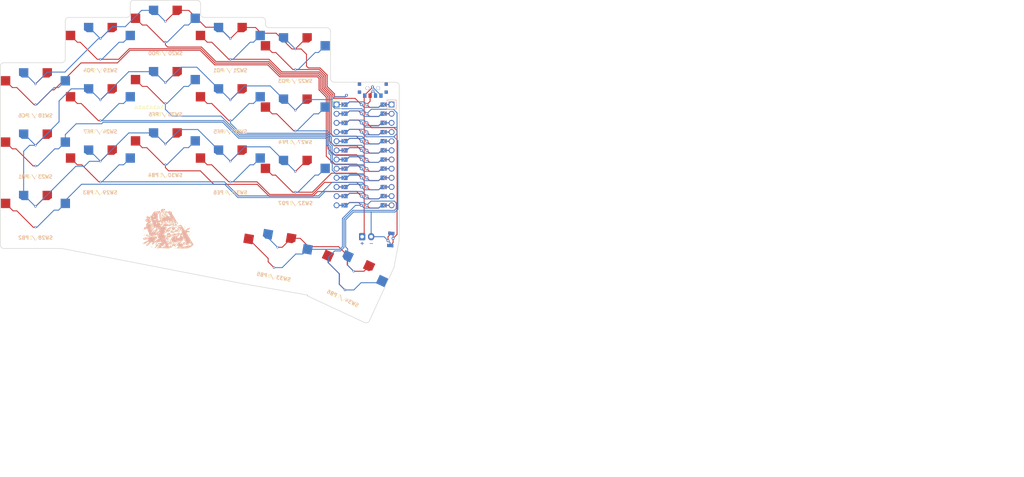
<source format=kicad_pcb>
(kicad_pcb (version 20211014) (generator pcbnew)
  (title_block (title "34skb_ble") (rev "v1.0.0") (company "Unknown"))
  (layers (0 "F.Cu" signal) (31 "B.Cu" signal) (34 "B.Paste" user) (35 "F.Paste" user) (36 "B.SilkS" user "B.Silkscreen") (37 "F.SilkS" user "F.Silkscreen") (38 "B.Mask" user) (39 "F.Mask" user) (44 "Edge.Cuts" user))
  (net 0 "")
  (net 1 "GND")
  (net 2 "matrix_pinky_bottom")
  (net 3 "matrix_pinky_home")
  (net 4 "matrix_pinky_top")
  (net 5 "matrix_ring_bottom")
  (net 6 "matrix_ring_home")
  (net 7 "matrix_ring_top")
  (net 8 "matrix_middle_bottom")
  (net 9 "matrix_middle_home")
  (net 10 "matrix_middle_top")
  (net 11 "matrix_index_bottom")
  (net 12 "matrix_index_home")
  (net 13 "matrix_index_top")
  (net 14 "matrix_inner_bottom")
  (net 15 "matrix_inner_home")
  (net 16 "matrix_inner_top")
  (net 17 "thumb_left")
  (net 18 "thumb_right")
  (net 19 "RAW")
  (net 20 "RST")
  (net 21 "VCC")
  (net 22 "P0")
  (net 23 "bt+")
  (footprint "VIA-0.6mm" (layer "F.Cu") (at 88.164947 15.076876 -25)
    (fp_text reference "REF**" hide)
    (fp_text value "VIA-0.6mm" hide)
  )
  (footprint "PG1350" (layer "F.Cu") (at 66.573 11.2395 -10)
    (fp_text reference "S16" hide)
    (fp_text value "" hide)
  )
  (footprint "VIA-0.6mm" (layer "F.Cu") (at 18 -43.7155)
    (fp_text reference "REF**" hide)
    (fp_text value "VIA-0.6mm" hide)
  )
  (footprint "VIA-0.6mm" (layer "F.Cu") (at 18 -32.4305)
    (fp_text reference "REF**" hide)
    (fp_text value "VIA-0.6mm" hide)
  )
  (footprint "VIA-0.6mm" (layer "F.Cu") (at 36 -20.193)
    (fp_text reference "REF**" hide)
    (fp_text value "VIA-0.6mm" hide)
  )
  (footprint "VIA-0.6mm" (layer "F.Cu") (at 18 -26.7155)
    (fp_text reference "REF**" hide)
    (fp_text value "VIA-0.6mm" hide)
  )
  (footprint "VIA-0.6mm" (layer "F.Cu") (at 85.749684 20.256425 -25)
    (fp_text reference "REF**" hide)
    (fp_text value "VIA-0.6mm" hide)
  )
  (footprint "VIA-0.6mm" (layer "F.Cu") (at 36 -54.193)
    (fp_text reference "REF**" hide)
    (fp_text value "VIA-0.6mm" hide)
  )
  (footprint "PG1350" (layer "F.Cu") (at 0 -17)
    (fp_text reference "S2" hide)
    (fp_text value "" hide)
  )
  (footprint "VIA-0.6mm" (layer "F.Cu") (at 36 -31.478)
    (fp_text reference "REF**" hide)
    (fp_text value "VIA-0.6mm" hide)
  )
  (footprint "ProMicro" (layer "F.Cu") (at 91.05 -17.1905 -90)
    (fp_text reference "MCU1" hide)
    (fp_text value "")
  )
  (footprint "VIA-0.6mm" (layer "F.Cu") (at 54 -32.4305)
    (fp_text reference "REF**" hide)
    (fp_text value "VIA-0.6mm" hide)
  )
  (footprint "VIA-0.6mm" (layer "F.Cu") (at 18 -9.7155)
    (fp_text reference "REF**" hide)
    (fp_text value "VIA-0.6mm" hide)
  )
  (footprint "VIA-0.6mm" (layer "F.Cu") (at 36 -14.478)
    (fp_text reference "REF**" hide)
    (fp_text value "VIA-0.6mm" hide)
  )
  (footprint "PG1350" (layer "F.Cu") (at 18 -29.573)
    (fp_text reference "S5" hide)
    (fp_text value "" hide)
  )
  (footprint "PG1350" (layer "F.Cu") (at 72 -9.7155)
    (fp_text reference "S13" hide)
    (fp_text value "" hide)
  )
  (footprint "VIA-0.6mm" (layer "F.Cu") (at 0 -36.8575)
    (fp_text reference "REF**" hide)
    (fp_text value "VIA-0.6mm" hide)
  )
  (footprint "VIA-0.6mm" (layer "F.Cu") (at 72 -12.573)
    (fp_text reference "REF**" hide)
    (fp_text value "VIA-0.6mm" hide)
  )
  (footprint "PG1350" (layer "F.Cu") (at 18 -12.573)
    (fp_text reference "S4" hide)
    (fp_text value "" hide)
  )
  (footprint "PG1350" (layer "F.Cu") (at 72 -43.7155)
    (fp_text reference "S15" hide)
    (fp_text value "" hide)
  )
  (footprint "PG1350" (layer "F.Cu") (at 0 -34)
    (fp_text reference "S3" hide)
    (fp_text value "" hide)
  )
  (footprint "PG1350" (layer "F.Cu") (at 54 -29.573)
    (fp_text reference "S11" hide)
    (fp_text value "" hide)
  )
  (footprint "VIA-0.6mm" (layer "F.Cu") (at 18 -15.4305)
    (fp_text reference "REF**" hide)
    (fp_text value "VIA-0.6mm" hide)
  )
  (footprint "VIA-0.6mm" (layer "F.Cu") (at 72 -46.573)
    (fp_text reference "REF**" hide)
    (fp_text value "VIA-0.6mm" hide)
  )
  (footprint "PG1350" (layer "F.Cu") (at 36 -51.3355)
    (fp_text reference "S9" hide)
    (fp_text value "" hide)
  )
  (footprint "PG1350" (layer "F.Cu") (at 72 -26.7155)
    (fp_text reference "S14" hide)
    (fp_text value "" hide)
  )
  (footprint "PG1350" (layer "F.Cu") (at 0 0)
    (fp_text reference "S1" hide)
    (fp_text value "" hide)
  )
  (footprint "VIA-0.6mm" (layer "F.Cu") (at 72 -6.858)
    (fp_text reference "REF**" hide)
    (fp_text value "VIA-0.6mm" hide)
  )
  (footprint "VIA-0.6mm" (layer "F.Cu") (at 72 -29.573)
    (fp_text reference "REF**" hide)
    (fp_text value "VIA-0.6mm" hide)
  )
  (footprint "VIA-0.6mm" (layer "F.Cu") (at 54 -9.7155)
    (fp_text reference "REF**" hide)
    (fp_text value "VIA-0.6mm" hide)
  )
  (footprint "VIA-0.6mm" (layer "F.Cu") (at 0 2.8575)
    (fp_text reference "REF**" hide)
    (fp_text value "VIA-0.6mm" hide)
  )
  (footprint "PG1350" (layer "F.Cu") (at 54 -46.573)
    (fp_text reference "S12" hide)
    (fp_text value "" hide)
  )
  (footprint "PG1350" (layer "F.Cu") (at 86.957316 17.66665 -25)
    (fp_text reference "S17" hide)
    (fp_text value "" hide)
  )
  (footprint "PG1350" (layer "F.Cu") (at 36 -34.3355)
    (fp_text reference "S8" hide)
    (fp_text value "" hide)
  )
  (footprint "PG1350" (layer "F.Cu") (at 54 -12.573)
    (fp_text reference "S10" hide)
    (fp_text value "" hide)
  )
  (footprint "VIA-0.6mm" (layer "F.Cu") (at 54 -43.7155)
    (fp_text reference "REF**" hide)
    (fp_text value "VIA-0.6mm" hide)
  )
  (footprint "VIA-0.6mm" (layer "F.Cu") (at 36 -48.478)
    (fp_text reference "REF**" hide)
    (fp_text value "VIA-0.6mm" hide)
  )
  (footprint "VIA-0.6mm" (layer "F.Cu") (at 67.0692 8.425412 -10)
    (fp_text reference "REF**" hide)
    (fp_text value "VIA-0.6mm" hide)
  )
  (footprint "VIA-0.6mm" (layer "F.Cu") (at 18 -49.4305)
    (fp_text reference "REF**" hide)
    (fp_text value "VIA-0.6mm" hide)
  )
  (footprint "* duckyb-collection:Tactile-Switch_SMT" (layer "F.Cu") (at 98.444337 6.248697 -95)
    (fp_text reference "" hide)
    (fp_text value "")
  )
  (footprint "VIA-0.6mm" (layer "F.Cu") (at 0 -31.1425)
    (fp_text reference "REF**" hide)
    (fp_text value "VIA-0.6mm" hide)
  )
  (footprint "VIA-0.6mm" (layer "F.Cu") (at 54 -49.4305)
    (fp_text reference "REF**" hide)
    (fp_text value "VIA-0.6mm" hide)
  )
  (footprint "Connector_JST:JST_EH_B2B-EH-A_1x02_P2.50mm_Vertical" (layer "F.Cu") (at 90.514337 5.488697)
    (fp_text reference "")
    (fp_text value "")
  )
  (footprint "VIA-0.6mm" (layer "F.Cu") (at 72 -40.858)
    (fp_text reference "REF**" hide)
    (fp_text value "VIA-0.6mm" hide)
  )
  (footprint "PG1350" (layer "F.Cu") (at 18 -46.573)
    (fp_text reference "S6" hide)
    (fp_text value "" hide)
  )
  (footprint "VIA-0.6mm" (layer "F.Cu") (at 54 -15.4305)
    (fp_text reference "REF**" hide)
    (fp_text value "VIA-0.6mm" hide)
  )
  (footprint "VIA-0.6mm" (layer "F.Cu") (at 0 -14.1425)
    (fp_text reference "REF**" hide)
    (fp_text value "VIA-0.6mm" hide)
  )
  (footprint "VIA-0.6mm" (layer "F.Cu") (at 36 -37.193)
    (fp_text reference "REF**" hide)
    (fp_text value "VIA-0.6mm" hide)
  )
  (footprint "VIA-0.6mm" (layer "F.Cu") (at 0 -2.8575)
    (fp_text reference "REF**" hide)
    (fp_text value "VIA-0.6mm" hide)
  )
  (footprint "LOGO" (layer "F.Cu") (at 36.514649 2.79932)
    (fp_text reference "")
    (fp_text value "" hide)
  )
  (footprint "VIA-0.6mm" (layer "F.Cu") (at 54 -26.7155)
    (fp_text reference "REF**" hide)
    (fp_text value "VIA-0.6mm" hide)
  )
  (footprint "VIA-0.6mm" (layer "F.Cu") (at 66.0768 14.053588 -10)
    (fp_text reference "REF**" hide)
    (fp_text value "VIA-0.6mm" hide)
  )
  (footprint "Kailh:SPDT_C128955" (layer "F.Cu") (at 93.474337 -35.708803)
    (fp_text reference "")
    (fp_text value "")
  )
  (footprint "VIA-0.6mm" (layer "F.Cu") (at 72 -23.858)
    (fp_text reference "REF**" hide)
    (fp_text value "VIA-0.6mm" hide)
  )
  (footprint "PG1350" (layer "F.Cu") (at 36 -17.3355)
    (fp_text reference "S7" hide)
    (fp_text value "" hide)
  )
  (footprint "VIA-0.6mm" (layer "F.Cu") (at 0 -19.8575)
    (fp_text reference "REF**" hide)
    (fp_text value "VIA-0.6mm" hide)
  )
  (footprint "LOGO" (layer "B.Cu") (at 36.494649 2.78932 180)
    (fp_text reference "")
    (fp_text value "" hide)
  )
  (gr_line (start -9.75 7.75) (end -9.75 -41.75) (layer "Edge.Cuts") (width 0.15))
  (gr_line (start 46.75 -55.323) (end 62.75 -55.323) (layer "Edge.Cuts") (width 0.15))
  (gr_line (start 9.25 -55.323) (end 25.25 -55.323) (layer "Edge.Cuts") (width 0.15))
  (gr_line (start 57.421318 18.510794) (end 7.25 8.75) (layer "Edge.Cuts") (width 0.15))
  (gr_line (start 75.329213 21.898933) (end 91.189599 29.294753) (layer "Edge.Cuts") (width 0.15))
  (gr_line (start 8.25 -43.75) (end 8.25 -54.323) (layer "Edge.Cuts") (width 0.15))
  (gr_arc (start -9.75 -41.75) (mid -9.457107 -42.457107) (end -8.75 -42.75) (layer "Edge.Cuts") (width 0.15))
  (gr_line (start 100.75 -2.744011) (end 100.758002 6.547588) (layer "Edge.Cuts") (width 0.15))
  (gr_arc (start 80.75 -52.4655) (mid 81.457107 -52.172607) (end 81.75 -51.4655) (layer "Edge.Cuts") (width 0.15))
  (gr_line (start 63.75 -54.323) (end 63.75 -53.4655) (layer "Edge.Cuts") (width 0.15))
  (gr_arc (start 8.25 -54.323) (mid 8.542893 -55.030107) (end 9.25 -55.323) (layer "Edge.Cuts") (width 0.15))
  (gr_line (start 100.758002 6.547588) (end 99.332706 14.016139) (layer "Edge.Cuts") (width 0.15))
  (gr_arc (start 82.751444 -37.36841) (mid 82.030138 -37.67254) (end 81.744337 -38.401303) (layer "Edge.Cuts") (width 0.15))
  (gr_arc (start 99.751444 -37.36841) (mid 100.481456 -37.085293) (end 100.78723 -36.364196) (layer "Edge.Cuts") (width 0.15))
  (gr_line (start 26.25 -56.323) (end 26.25 -59.0855) (layer "Edge.Cuts") (width 0.15))
  (gr_line (start 64.75 -52.4655) (end 80.75 -52.4655) (layer "Edge.Cuts") (width 0.15))
  (gr_line (start 57.421318 18.510794) (end 75.428528 21.685951) (layer "Edge.Cuts") (width 0.15))
  (gr_line (start -8.75 -42.75) (end 7.25 -42.75) (layer "Edge.Cuts") (width 0.15))
  (gr_arc (start -8.75 8.75) (mid -9.457107 8.457107) (end -9.75 7.75) (layer "Edge.Cuts") (width 0.15))
  (gr_line (start -8.75 8.75) (end 7.25 8.75) (layer "Edge.Cuts") (width 0.15))
  (gr_line (start 27.25 -60.0855) (end 44.75 -60.0855) (layer "Edge.Cuts") (width 0.15))
  (gr_arc (start 8.25 -43.75) (mid 7.957107 -43.042893) (end 7.25 -42.75) (layer "Edge.Cuts") (width 0.15))
  (gr_line (start 99.332706 14.016139) (end 92.518525 28.811063) (layer "Edge.Cuts") (width 0.15))
  (gr_arc (start 46.75 -55.323) (mid 46.042893 -55.615893) (end 45.75 -56.323) (layer "Edge.Cuts") (width 0.15))
  (gr_arc (start 26.25 -56.323) (mid 25.957107 -55.615893) (end 25.25 -55.323) (layer "Edge.Cuts") (width 0.15))
  (gr_arc (start 26.25 -59.0855) (mid 26.542893 -59.792607) (end 27.25 -60.0855) (layer "Edge.Cuts") (width 0.15))
  (gr_line (start 82.751444 -37.36841) (end 99.751444 -37.36841) (layer "Edge.Cuts") (width 0.15))
  (gr_arc (start 92.518525 28.811063) (mid 91.954237 29.328138) (end 91.189599 29.294753) (layer "Edge.Cuts") (width 0.15))
  (gr_line (start 81.744337 -38.401303) (end 81.75 -51.4655) (layer "Edge.Cuts") (width 0.15))
  (gr_line (start 75.428528 21.685951) (end 75.329213 21.898933) (layer "Edge.Cuts") (width 0.15))
  (gr_arc (start 64.75 -52.4655) (mid 64.042893 -52.758393) (end 63.75 -53.4655) (layer "Edge.Cuts") (width 0.15))
  (gr_line (start 45.75 -59.0855) (end 45.75 -56.323) (layer "Edge.Cuts") (width 0.15))
  (gr_arc (start 62.75 -55.323) (mid 63.457107 -55.030107) (end 63.75 -54.323) (layer "Edge.Cuts") (width 0.15))
  (gr_arc (start 44.75 -60.0855) (mid 45.457107 -59.792607) (end 45.75 -59.0855) (layer "Edge.Cuts") (width 0.15))
  (gr_line (start 100.75 -2.744011) (end 100.78723 -36.364196) (layer "Edge.Cuts") (width 0.15))
  (gr_text "-" (at 93.044337 7.308697) (layer "F.Cu") (effects (font (size 1 1))))
  (gr_text "+" (at 90.524337 7.288697) (layer "F.Cu") (effects (font (size 1 1))))
  (gr_text "+" (at 90.534337 7.258697) (layer "B.Cu") (effects (font (size 1 1)) (justify mirror)))
  (gr_text "-" (at 93.054337 7.298697) (layer "B.Cu") (effects (font (size 1 1)) (justify mirror)))
  (gr_text "SW25 / PF6" (at 36.024337 -28.421303) (layer "B.SilkS") (effects (font (size 1 1)) (justify mirror)))
  (gr_text "SW33 / PB5" (at 66.004337 16.618697 -10) (layer "B.SilkS") (effects (font (size 1 1)) (justify mirror)))
  (gr_text "SW30 / PB4" (at 35.974337 -11.571303) (layer "B.SilkS") (effects (font (size 1 1)) (justify mirror)))
  (gr_text "SW20 / PD0" (at 36.024337 -45.371303) (layer "B.SilkS") (effects (font (size 1 1)) (justify mirror)))
  (gr_text "SW19 / PD4" (at 17.994337 -40.631303) (layer "B.SilkS") (effects (font (size 1 1)) (justify mirror)))
  (gr_text "SW27 / PF4" (at 71.984337 -20.751303) (layer "B.SilkS") (effects (font (size 1 1)) (justify mirror)))
  (gr_text "SW28 / PB2" (at 0.014337 5.788697) (layer "B.SilkS") (effects (font (size 1 1)) (justify mirror)))
  (gr_text "SW31 / PE6" (at 53.994337 -6.751303) (layer "B.SilkS") (effects (font (size 1 1)) (justify mirror)))
  (gr_text "SW32 / PD7" (at 72.044337 -3.771303) (layer "B.SilkS") (effects (font (size 1 1)) (justify mirror)))
  (gr_text "SW34 / PB6" (at 85.154337 22.628697 -25) (layer "B.SilkS") (effects (font (size 1 1)) (justify mirror)))
  (gr_text "SW23 / PB1" (at -0.045663 -11.141303) (layer "B.SilkS") (effects (font (size 1 1)) (justify mirror)))
  (gr_text "SW22 / PD3" (at 72.004337 -37.701303) (layer "B.SilkS") (effects (font (size 1 1)) (justify mirror)))
  (gr_text "SW29 / PB3" (at 17.914337 -6.761303) (layer "B.SilkS") (effects (font (size 1 1)) (justify mirror)))
  (gr_text "SW21 / PD1" (at 53.964337 -40.631303) (layer "B.SilkS") (effects (font (size 1 1)) (justify mirror)))
  (gr_text "SW24 / PF7" (at 17.984337 -23.631303) (layer "B.SilkS") (effects (font (size 1 1)) (justify mirror)))
  (gr_text "SW18 / PC6" (at 0.004337 -28.101303) (layer "B.SilkS") (effects (font (size 1 1)) (justify mirror)))
  (gr_text "SW26 / PF5" (at 53.994337 -23.631303) (layer "B.SilkS") (effects (font (size 1 1)) (justify mirror)))
  (gr_text "" (at 273.69 71.9295) (layer "F.SilkS") (effects (font (size 1.27 1.27))))
  (gr_text "SW1 / PC6" (at 0.004337 -28.111303) (layer "F.SilkS") (effects (font (size 1 1))))
  (gr_text "SW11 / PB2" (at 0.014337 5.778697) (layer "F.SilkS") (effects (font (size 1 1))))
  (gr_text "SW6 / PB1" (at -0.045663 -11.151303) (layer "F.SilkS") (effects (font (size 1 1))))
  (gr_text "SW13 / PB4" (at 35.974337 -11.581303) (layer "F.SilkS") (effects (font (size 1 1))))
  (gr_text "SW15 / PD7" (at 72.044337 -3.781303) (layer "F.SilkS") (effects (font (size 1 1))))
  (gr_text "SW2 / PD4" (at 17.994337 -40.641303) (layer "F.SilkS") (effects (font (size 1 1))))
  (gr_text "SW8 / PF6" (at 36.024337 -28.431303) (layer "F.SilkS") (effects (font (size 1 1))))
  (gr_text "SW9 / PF5" (at 53.994337 -23.641303) (layer "F.SilkS") (effects (font (size 1 1))))
  (gr_text "SW5 / PD3" (at 72.004337 -37.711303) (layer "F.SilkS") (effects (font (size 1 1))))
  (gr_text "JLCJLCJLCJLC" (at 31.454337 -30.371303) (layer "F.SilkS") (effects (font (size 0.8 0.8))))
  (gr_text "SW3 / PD0" (at 36.024337 -45.381303) (layer "F.SilkS") (effects (font (size 1 1))))
  (gr_text "SW7 / PF7" (at 17.984337 -23.641303) (layer "F.SilkS") (effects (font (size 1 1))))
  (gr_text "SW4 / PD1" (at 53.964337 -40.641303) (layer "F.SilkS") (effects (font (size 1 1))))
  (gr_text "SW14 / PE6" (at 53.994337 -6.761303) (layer "F.SilkS") (effects (font (size 1 1))))
  (gr_text "SW16 / PB5" (at 66.004337 16.608697 -10) (layer "F.SilkS") (effects (font (size 1 1))))
  (gr_text "SW17 / PB6" (at 85.154337 22.618697 -25) (layer "F.SilkS") (effects (font (size 1 1))))
  (gr_text "SW10 / PF4" (at 71.984337 -20.761303) (layer "F.SilkS") (effects (font (size 1 1))))
  (gr_text "SW12 / PB3" (at 17.914337 -6.771303) (layer "F.SilkS") (effects (font (size 1 1))))
  (segment (start 71.068944 -46.573) (end 66.701255 -50.940689) (width 0.25) (layer "F.Cu") (net 1))
  (segment (start 75.082024 -41.844345) (end 75.618369 -41.308) (width 0.25) (layer "F.Cu") (net 1))
  (segment (start 21.0925 -52.523) (end 21.275 -52.523) (width 0.25) (layer "F.Cu") (net 1))
  (segment (start 60.992524 -52.523) (end 57.275 -52.523) (width 0.25) (layer "F.Cu") (net 1))
  (segment (start 80.834035 -36.142358) (end 82.830538 -34.145855) (width 0.25) (layer "F.Cu") (net 1))
  (segment (start 18 -15.4305) (end 21.0925 -18.523) (width 0.25) (layer "F.Cu") (net 1))
  (segment (start 42.47529 -57.2855) (end 39.275 -57.2855) (width 0.25) (layer "F.Cu") (net 1))
  (segment (start 0 -19.8575) (end 3.0925 -22.95) (width 0.25) (layer "F.Cu") (net 1))
  (segment (start 72 -12.573) (end 75.0925 -15.6655) (width 0.25) (layer "F.Cu") (net 1))
  (segment (start 88.164947 15.076876) (end 86.377483 13.289412) (width 0.25) (layer "F.Cu") (net 1))
  (segment (start 82.990732 -33.331158) (end 85.784192 -33.331158) (width 0.25) (layer "F.Cu") (net 1))
  (segment (start 67.0692 8.425412) (end 68.354632 8.425412) (width 0.25) (layer "F.Cu") (net 1))
  (segment (start 72 -46.573) (end 73.625911 -46.573) (width 0.25) (layer "F.Cu") (net 1))
  (segment (start 73.364817 5.948592) (end 70.831452 5.948592) (width 0.25) (layer "F.Cu") (net 1))
  (segment (start 18 -49.4305) (end 21.0925 -52.523) (width 0.25) (layer "F.Cu") (net 1))
  (segment (start 39.0925 -57.2855) (end 39.275 -57.2855) (width 0.25) (layer "F.Cu") (net 1))
  (segment (start 3.0925 -39.95) (end 3.275 -39.95) (width 0.25) (layer "F.Cu") (net 1))
  (segment (start 75.082024 -45.116887) (end 75.082024 -41.844345) (width 0.25) (layer "F.Cu") (net 1))
  (segment (start 72 -46.573) (end 71.068944 -46.573) (width 0.25) (layer "F.Cu") (net 1))
  (segment (start 91.02137 15.076876) (end 92.440053 13.658193) (width 0.25) (layer "F.Cu") (net 1))
  (segment (start 66.701255 -50.940689) (end 62.574835 -50.940689) (width 0.25) (layer "F.Cu") (net 1))
  (segment (start 98.592502 4.555166) (end 97.684337 5.463331) (width 0.25) (layer "F.Cu") (net 1))
  (segment (start 54 -49.4305) (end 57.0925 -52.523) (width 0.25) (layer "F.Cu") (net 1))
  (segment (start 50.824764 -52.605736) (end 47.155054 -52.605736) (width 0.25) (layer "F.Cu") (net 1))
  (segment (start 21.0925 -35.523) (end 21.275 -35.523) (width 0.25) (layer "F.Cu") (net 1))
  (segment (start 75.0925 -32.6655) (end 75.275 -32.6655) (width 0.25) (layer "F.Cu") (net 1))
  (segment (start 68.354632 8.425412) (end 70.831452 5.948592) (width 0.25) (layer "F.Cu") (net 1))
  (segment (start 75.618369 -41.308) (end 78.866358 -41.308) (width 0.25) (layer "F.Cu") (net 1))
  (segment (start 78.866358 -41.308) (end 80.834035 -39.340323) (width 0.25) (layer "F.Cu") (net 1))
  (segment (start 36 -20.193) (end 39.0925 -23.2855) (width 0.25) (layer "F.Cu") (net 1))
  (segment (start 82.830538 -33.491352) (end 82.990732 -33.331158) (width 0.25) (layer "F.Cu") (net 1))
  (segment (start 82.830538 -34.145855) (end 82.830538 -33.491352) (width 0.25) (layer "F.Cu") (net 1))
  (segment (start 18 -32.4305) (end 21.0925 -35.523) (width 0.25) (layer "F.Cu") (net 1))
  (segment (start 57.0925 -18.523) (end 57.275 -18.523) (width 0.25) (layer "F.Cu") (net 1))
  (segment (start 57.0925 -52.523) (end 57.275 -52.523) (width 0.25) (layer "F.Cu") (net 1))
  (segment (start 39.0925 -23.2855) (end 39.275 -23.2855) (width 0.25) (layer "F.Cu") (net 1))
  (segment (start 57.0925 -35.523) (end 57.275 -35.523) (width 0.25) (layer "F.Cu") (net 1))
  (segment (start 85.784192 -33.331158) (end 86.184337 -33.731303) (width 0.25) (layer "F.Cu") (net 1))
  (segment (start 0 -36.8575) (end 3.0925 -39.95) (width 0.25) (layer "F.Cu") (net 1))
  (segment (start 54 -15.4305) (end 57.0925 -18.523) (width 0.25) (layer "F.Cu") (net 1))
  (segment (start 62.574835 -50.940689) (end 60.992524 -52.523) (width 0.25) (layer "F.Cu") (net 1))
  (segment (start 47.155054 -52.605736) (end 42.47529 -57.2855) (width 0.25) (layer "F.Cu") (net 1))
  (segment (start 36 -54.193) (end 39.0925 -57.2855) (width 0.25) (layer "F.Cu") (net 1))
  (segment (start 75.679376 8.263151) (end 73.364817 5.948592) (width 0.25) (layer "F.Cu") (net 1))
  (segment (start 84.009523 8.263151) (end 75.679376 8.263151) (width 0.25) (layer "F.Cu") (net 1))
  (segment (start 0 -2.8575) (end 3.0925 -5.95) (width 0.25) (layer "F.Cu") (net 1))
  (segment (start 86.377483 10.631111) (end 84.009523 8.263151) (width 0.25) (layer "F.Cu") (net 1))
  (segment (start 88.164947 15.076876) (end 91.02137 15.076876) (width 0.25) (layer "F.Cu") (net 1))
  (segment (start 97.684337 5.463331) (end 97.684337 6.588697) (width 0.25) (layer "F.Cu") (net 1))
  (segment (start 75.0925 -49.6655) (end 75.275 -49.6655) (width 0.25) (layer "F.Cu") (net 1))
  (segment (start 54 -49.4305) (end 50.824764 -52.605736) (width 0.25) (layer "F.Cu") (net 1))
  (segment (start 73.625911 -46.573) (end 75.082024 -45.116887) (width 0.25) (layer "F.Cu") (net 1))
  (segment (start 54 -32.4305) (end 57.0925 -35.523) (width 0.25) (layer "F.Cu") (net 1))
  (segment (start 39.0925 -40.2855) (end 39.275 -40.2855) (width 0.25) (layer "F.Cu") (net 1))
  (segment (start 3.0925 -5.95) (end 3.275 -5.95) (width 0.25) (layer "F.Cu") (net 1))
  (segment (start 75.0925 -15.6655) (end 75.275 -15.6655) (width 0.25) (layer "F.Cu") (net 1))
  (segment (start 72 -46.573) (end 75.0925 -49.6655) (width 0.25) (layer "F.Cu") (net 1))
  (segment (start 36 -37.193) (end 39.0925 -40.2855) (width 0.25) (layer "F.Cu") (net 1))
  (segment (start 72 -29.573) (end 75.0925 -32.6655) (width 0.25) (layer "F.Cu") (net 1))
  (segment (start 21.0925 -18.523) (end 21.275 -18.523) (width 0.25) (layer "F.Cu") (net 1))
  (segment (start 3.0925 -22.95) (end 3.275 -22.95) (width 0.25) (layer "F.Cu") (net 1))
  (segment (start 86.377483 13.289412) (end 86.377483 10.631111) (width 0.25) (layer "F.Cu") (net 1))
  (segment (start 80.834035 -39.340323) (end 80.834035 -36.142358) (width 0.25) (layer "F.Cu") (net 1))
  (via (at 97.684337 6.588697) (size 0.8) (drill 0.4) (layers "F.Cu" "B.Cu") (net 1))
  (via (at 86.184337 -33.731303) (size 0.8) (drill 0.4) (layers "F.Cu" "B.Cu") (net 1))
  (segment (start 82.988828 -30.010681) (end 90.421819 -30.010681) (width 0.25) (layer "B.Cu") (net 1))
  (segment (start 93.014337 5.488697) (end 96.584337 5.488697) (width 0.25) (layer "B.Cu") (net 1))
  (segment (start 29.403979 -57.2855) (end 32.725 -57.2855) (width 0.25) (layer "B.Cu") (net 1))
  (segment (start 45.019979 -24.228021) (end 50.725 -18.523) (width 0.25) (layer "B.Cu") (net 1))
  (segment (start 9.896697 -35.523) (end 14.725 -35.523) (width 0.25) (layer "B.Cu") (net 1))
  (segment (start 3.301254 -40.158754) (end 8.148472 -40.158754) (width 0.25) (layer "B.Cu") (net 1))
  (segment (start 32.9075 -57.2855) (end 32.725 -57.2855) (width 0.25) (layer "B.Cu") (net 1))
  (segment (start 93.014337 -1.311303) (end 92.971882 -1.353758) (width 0.25) (layer "B.Cu") (net 1))
  (segment (start 18 -49.4305) (end 14.9075 -52.523) (width 0.25) (layer "B.Cu") (net 1))
  (segment (start -3.275 -18.208781) (end -1.626281 -19.8575) (width 0.25) (layer "B.Cu") (net 1))
  (segment (start -3.275 -5.95) (end -3.275 -18.208781) (width 0.25) (layer "B.Cu") (net 1))
  (segment (start 86.184337 -33.731303) (end 85.784337 -33.331303) (width 0.25) (layer "B.Cu") (net 1))
  (segment (start 72 -46.573) (end 68.9075 -49.6655) (width 0.25) (layer "B.Cu") (net 1))
  (segment (start 85.948318 0.80556) (end 85.948318 8.328697) (width 0.25) (layer "B.Cu") (net 1))
  (segment (start 36 -37.193) (end 40.328839 -41.521839) (width 0.25) (layer "B.Cu") (net 1))
  (segment (start 40.328839 -41.521839) (end 44.726161 -41.521839) (width 0.25) (layer "B.Cu") (net 1))
  (segment (start 54 -32.4305) (end 50.9075 -35.523) (width 0.25) (layer "B.Cu") (net 1))
  (segment (start 11.198053 -14.055553) (end 13.572553 -14.055553) (width 0.25) (layer "B.Cu") (net 1))
  (segment (start 72 -29.573) (end 74.971459 -32.544459) (width 0.25) (layer "B.Cu") (net 1))
  (segment (start 99.301102 -22.239166) (end 91.589334 -22.239166) (width 0.25) (layer "B.Cu") (net 1))
  (segment (start 0 -36.8575) (end -3.0925 -39.95) (width 0.25) (layer "B.Cu") (net 1))
  (segment (start 40.035021 -24.228021) (end 45.019979 -24.228021) (width 0.25) (layer "B.Cu") (net 1))
  (segment (start 50.9075 -18.523) (end 50.725 -18.523) (width 0.25) (layer "B.Cu") (net 1))
  (segment (start -3.0925 -39.95) (end -3.275 -39.95) (width 0.25) (layer "B.Cu") (net 1))
  (segment (start 90.288 -26.0805) (end 91.548316 -24.820184) (width 0.25) (layer "B.Cu") (net 1))
  (segment (start 32.9075 -23.2855) (end 32.725 -23.2855) (width 0.25) (layer "B.Cu") (net 1))
  (segment (start 25.852084 -23.2855) (end 32.725 -23.2855) (width 0.25) (layer "B.Cu") (net 1))
  (segment (start 57.899621 -36.330121) (end 65.060379 -36.330121) (width 0.25) (layer "B.Cu") (net 1))
  (segment (start 68.9075 -15.6655) (end 68.725 -15.6655) (width 0.25) (layer "B.Cu") (net 1))
  (segment (start 54 -32.4305) (end 57.899621 -36.330121) (width 0.25) (layer "B.Cu") (net 1))
  (segment (start 24.646836 -22.077336) (end 24.646836 -22.080252) (width 0.25) (layer "B.Cu") (net 1))
  (segment (start 68.9075 -49.6655) (end 68.725 -49.6655) (width 0.25) (layer "B.Cu") (net 1))
  (segment (start 36 -20.193) (end 32.9075 -23.2855) (width 0.25) (layer "B.Cu") (net 1))
  (segment (start 18 -49.4305) (end 21.334151 -52.764651) (width 0.25) (layer "B.Cu") (net 1))
  (segment (start 0 -19.8575) (end -3.0925 -22.95) (width 0.25) (layer "B.Cu") (net 1))
  (segment (start 18 -32.4305) (end 14.9075 -35.523) (width 0.25) (layer "B.Cu") (net 1))
  (segment (start 18 -15.4305) (end 24.646836 -22.077336) (width 0.25) (layer "B.Cu") (net 1))
  (segment (start 25.855 -40.2855) (end 32.725 -40.2855) (width 0.25) (layer "B.Cu") (net 1))
  (segment (start 0 -36.8575) (end 3.301254 -40.158754) (width 0.25) (layer "B.Cu") (net 1))
  (segment (start 86.503737 13.415666) (end 86.503737 10.890044) (width 0.25) (layer "B.Cu") (net 1))
  (segment (start 6.550479 -32.176782) (end 9.896697 -35.523) (width 0.25) (layer "B.Cu") (net 1))
  (segment (start 54 -49.4305) (end 50.9075 -52.523) (width 0.25) (layer "B.Cu") (net 1))
  (segment (start 91.812 -28.6205) (end 93.052945 -29.861445) (width 0.25) (layer "B.Cu") (net 1))
  (segment (start 82.305 -31.584737) (end 82.305 -30.694509) (width 0.25) (layer "B.Cu") (net 1))
  (segment (start 65.060379 -36.330121) (end 68.725 -32.6655) (width 0.25) (layer "B.Cu") (net 1))
  (segment (start 64.957515 -19.432985) (end 68.725 -15.6655) (width 0.25) (layer "B.Cu") (net 1))
  (segment (start 72 -29.573) (end 68.9075 -32.6655) (width 0.25) (layer "B.Cu") (net 1))
  (segment (start 64.380961 5.737173) (end 64.380961 4.811196) (width 0.25) (layer "B.Cu") (net 1))
  (segment (start 100.186278 -24.820184) (end 100.186278 -23.124342) (width 0.25) (layer "B.Cu") (net 1))
  (segment (start 85.948318 8.328697) (end 86.503737 8.884116) (width 0.25) (layer "B.Cu") (net 1))
  (segment (start 0 -19.8575) (end 6.550479 -26.407979) (width 0.25) (layer "B.Cu") (net 1))
  (segment (start 13.572553 -14.055553) (end 14.9475 -15.4305) (width 0.25) (layer "B.Cu") (net 1))
  (segment (start 67.0692 8.425412) (end 64.380961 5.737173) (width 0.25) (layer "B.Cu") (net 1))
  (segment (start 24.88313 -52.764651) (end 29.403979 -57.2855) (width 0.25) (layer "B.Cu") (net 1))
  (segment (start 58.002485 -19.432985) (end 64.957515 -19.432985) (width 0.25) (layer "B.Cu") (net 1))
  (segment (start 82.305 -32.62064) (end 82.305 -31.584737) (width 0.25) (layer "B.Cu") (net 1))
  (segment (start 72 -12.573) (end 68.9075 -15.6655) (width 0.25) (layer "B.Cu") (net 1))
  (segment (start 36 -20.193) (end 40.035021 -24.228021) (width 0.25) (layer "B.Cu") (net 1))
  (segment (start 85.784337 -33.331303) (end 82.944337 -33.331303) (width 0.25) (layer "B.Cu") (net 1))
  (segment (start 0 -2.8575) (end 11.198053 -14.055553) (width 0.25) (layer "B.Cu") (net 1))
  (segment (start -3.0925 -22.95) (end -3.275 -22.95) (width 0.25) (layer "B.Cu") (net 1))
  (segment (start 24.646836 -22.080252) (end 25.852084 -23.2855) (width 0.25) (layer "B.Cu") (net 1))
  (segment (start 99.301102 -22.239166) (end 100.395919 -21.144349) (width 0.25) (layer "B.Cu") (net 1))
  (segment (start 50.9075 -52.523) (end 50.725 -52.523) (width 0.25) (layer "B.Cu") (net 1))
  (segment (start 98.296172 7.200532) (end 97.684337 6.588697) (width 0.25) (layer "B.Cu") (net 1))
  (segment (start 14.9475 -15.4305) (end 18 -15.4305) (width 0.25) (layer "B.Cu") (net 1))
  (segment (start 14.9075 -18.523) (end 14.725 -18.523) (width 0.25) (layer "B.Cu") (net 1))
  (segment (start 88.164947 15.076876) (end 86.503737 13.415666) (width 0.25) (layer "B.Cu") (net 1))
  (segment (start 21.334151 -52.764651) (end 24.88313 -52.764651) (width 0.25) (layer "B.Cu") (net 1))
  (segment (start 100.186278 -23.124342) (end 99.301102 -22.239166) (width 0.25) (layer "B.Cu") (net 1))
  (segment (start 93.052945 -29.861445) (end 99.178025 -29.861445) (width 0.25) (layer "B.Cu") (net 1))
  (segment (start 14.9075 -52.523) (end 14.725 -52.523) (width 0.25) (layer "B.Cu") (net 1))
  (segment (start 92.971882 -1.353758) (end 88.107636 -1.353758) (width 0.25) (layer "B.Cu") (net 1))
  (segment (start 100.186278 -28.853192) (end 100.186278 -24.820184) (width 0.25) (layer "B.Cu") (net 1))
  (segment (start 91.548316 -24.820184) (end 100.186278 -24.820184) (width 0.25) (layer "B.Cu") (net 1))
  (segment (start 14.9075 -35.523) (end 14.725 -35.523) (width 0.25) (layer "B.Cu") (net 1))
  (segment (start 36 -37.193) (end 32.9075 -40.2855) (width 0.25) (layer "B.Cu") (net 1))
  (segment (start 54 -15.4305) (end 50.9075 -18.523) (width 0.25) (layer "B.Cu") (net 1))
  (segment (start 91.589334 -22.239166) (end 90.288 -23.5405) (width 0.25) (layer "B.Cu") (net 1))
  (segment (start 50.9075 -35.523) (end 50.725 -35.523) (width 0.25) (layer "B.Cu") (net 1))
  (segment (start 36 -54.193) (end 32.9075 -57.2855) (width 0.25) (layer "B.Cu") (net 1))
  (segment (start 74.971459 -32.544459) (end 82.228819 -32.544459) (width 0.25) (layer "B.Cu") (net 1))
  (segment (start 44.726161 -41.521839) (end 50.725 -35.523) (width 0.25) (layer "B.Cu") (net 1))
  (segment (start 88.107636 -1.353758) (end 85.948318 0.80556) (width 0.25) (layer "B.Cu") (net 1))
  (segment (start 18 -32.4305) (end 25.855 -40.2855) (width 0.25) (layer "B.Cu") (net 1))
  (segment (start 82.305 -32.691966) (end 82.305 -32.62064) (width 0.25) (layer "B.Cu") (net 1))
  (segment (start 93.014337 5.488697) (end 93.014337 -1.311303) (width 0.25) (layer "B.Cu") (net 1))
  (segment (start 54 -15.4305) (end 58.002485 -19.432985) (width 0.25) (layer "B.Cu") (net 1))
  (segment (start 6.550479 -26.407979) (end 6.550479 -32.176782) (width 0.25) (layer "B.Cu") (net 1))
  (segment (start 98.296172 7.942228) (end 98.296172 7.200532) (width 0.25) (layer "B.Cu") (net 1))
  (segment (start 0 -2.8575) (end -3.0925 -5.95) (width 0.25) (layer "B.Cu") (net 1))
  (segment (start 100.395919 -2.103276) (end 99.646401 -1.353758) (width 0.25) (layer "B.Cu") (net 1))
  (segment (start 8.148472 -40.158754) (end 17.420218 -49.4305) (width 0.25) (layer "B.Cu") (net 1))
  (segment (start 17.420218 -49.4305) (end 18 -49.4305) (width 0.25) (layer "B.Cu") (net 1))
  (segment (start 82.944337 -33.331303) (end 82.305 -32.691966) (width 0.25) (layer "B.Cu") (net 1))
  (segment (start 99.178025 -29.861445) (end 100.186278 -28.853192) (width 0.25) (layer "B.Cu") (net 1))
  (segment (start -3.0925 -5.95) (end -3.275 -5.95) (width 0.25) (layer "B.Cu") (net 1))
  (segment (start 90.421819 -30.010681) (end 91.812 -28.6205) (width 0.25) (layer "B.Cu") (net 1))
  (segment (start 18 -15.4305) (end 14.9075 -18.523) (width 0.25) (layer "B.Cu") (net 1))
  (segment (start -1.626281 -19.8575) (end 0 -19.8575) (width 0.25) (layer "B.Cu") (net 1))
  (segment (start 82.305 -30.694509) (end 82.988828 -30.010681) (width 0.25) (layer "B.Cu") (net 1))
  (segment (start 99.646401 -1.353758) (end 92.971882 -1.353758) (width 0.25) (layer "B.Cu") (net 1))
  (segment (start 82.228819 -32.544459) (end 82.305 -32.62064) (width 0.25) (layer "B.Cu") (net 1))
  (segment (start 68.9075 -32.6655) (end 68.725 -32.6655) (width 0.25) (layer "B.Cu") (net 1))
  (segment (start 100.395919 -21.144349) (end 100.395919 -2.103276) (width 0.25) (layer "B.Cu") (net 1))
  (segment (start 86.503737 8.884116) (end 86.503737 10.890044) (width 0.25) (layer "B.Cu") (net 1))
  (segment (start 32.9075 -40.2855) (end 32.725 -40.2855) (width 0.25) (layer "B.Cu") (net 1))
  (segment (start 96.584337 5.488697) (end 97.684337 6.588697) (width 0.25) (layer "B.Cu") (net 1))
  (segment (start -0.622774 2.8575) (end -5.149513 -1.669239) (width 0.25) (layer "F.Cu") (net 2))
  (segment (start 0 2.8575) (end -0.622774 2.8575) (width 0.25) (layer "F.Cu") (net 2))
  (segment (start -5.149513 -1.669239) (end -6.194239 -1.669239) (width 0.25) (layer "F.Cu") (net 2))
  (segment (start -6.194239 -1.669239) (end -8.275 -3.75) (width 0.25) (layer "F.Cu") (net 2))
  (segment (start 80.264542 -7.056576) (end 90.515924 -7.056576) (width 0.25) (layer "B.Cu") (net 2))
  (segment (start 5.156763 -1.874999) (end 6.399999 -1.874999) (width 0.25) (layer "B.Cu") (net 2))
  (segment (start 52.395266 -9.062689) (end 56.07747 -5.380485) (width 0.25) (layer "B.Cu") (net 2))
  (segment (start 78.588451 -5.380485) (end 80.264542 -7.056576) (width 0.25) (layer "B.Cu") (net 2))
  (segment (start 8.275 -3.75) (end 8.275 -4.557226) (width 0.25) (layer "B.Cu") (net 2))
  (segment (start 8.275 -4.557226) (end 12.780463 -9.062689) (width 0.25) (layer "B.Cu") (net 2))
  (segment (start 90.515924 -7.056576) (end 91.812 -5.7605) (width 0.25) (layer "B.Cu") (net 2))
  (segment (start 0.424264 2.8575) (end 5.156763 -1.874999) (width 0.25) (layer "B.Cu") (net 2))
  (segment (start 6.399999 -1.874999) (end 8.275 -3.75) (width 0.25) (layer "B.Cu") (net 2))
  (segment (start 0 2.8575) (end 0.424264 2.8575) (width 0.25) (layer "B.Cu") (net 2))
  (segment (start 56.07747 -5.380485) (end 78.588451 -5.380485) (width 0.25) (layer "B.Cu") (net 2))
  (segment (start 12.780463 -9.062689) (end 52.395266 -9.062689) (width 0.25) (layer "B.Cu") (net 2))
  (segment (start 0 -14.1425) (end -0.661387 -14.1425) (width 0.25) (layer "F.Cu") (net 3))
  (segment (start -5.393886 -18.874999) (end -6.399999 -18.874999) (width 0.25) (layer "F.Cu") (net 3))
  (segment (start -6.399999 -18.874999) (end -8.275 -20.75) (width 0.25) (layer "F.Cu") (net 3))
  (segment (start -0.661387 -14.1425) (end -5.393886 -18.874999) (width 0.25) (layer "F.Cu") (net 3))
  (segment (start 5.342662 -18.874999) (end 6.399999 -18.874999) (width 0.25) (layer "B.Cu") (net 3))
  (segment (start 56.258634 -21.847196) (end 51.84033 -26.2655) (width 0.25) (layer "B.Cu") (net 3))
  (segment (start 80.661248 -21.533533) (end 80.347585 -21.847196) (width 0.25) (layer "B.Cu") (net 3))
  (segment (start 81.331912 -19.236088) (end 80.661248 -19.906752) (width 0.25) (layer "B.Cu") (net 3))
  (segment (start 11.283727 -25.835457) (end 8.275 -22.82673) (width 0.25) (layer "B.Cu") (net 3))
  (segment (start 18.768363 -26.2655) (end 18.33832 -25.835457) (width 0.25) (layer "B.Cu") (net 3))
  (segment (start 82.237636 -14.769932) (end 81.819445 -15.188123) (width 0.25) (layer "B.Cu") (net 3))
  (segment (start 90.687 -11.9655) (end 83.23268 -11.9655) (width 0.25) (layer "B.Cu") (net 3))
  (segment (start 82.237636 -12.960544) (end 82.237636 -14.769932) (width 0.25) (layer "B.Cu") (net 3))
  (segment (start 91.812 -10.8405) (end 90.687 -11.9655) (width 0.25) (layer "B.Cu") (net 3))
  (segment (start 18.33832 -25.835457) (end 11.283727 -25.835457) (width 0.25) (layer "B.Cu") (net 3))
  (segment (start 6.399999 -18.874999) (end 8.275 -20.75) (width 0.25) (layer "B.Cu") (net 3))
  (segment (start 0 -14.1425) (end 0.610163 -14.1425) (width 0.25) (layer "B.Cu") (net 3))
  (segment (start 81.331912 -17.549343) (end 81.331912 -19.236088) (width 0.25) (layer "B.Cu") (net 3))
  (segment (start 80.661248 -19.906752) (end 80.661248 -21.533533) (width 0.25) (layer "B.Cu") (net 3))
  (segment (start 83.23268 -11.9655) (end 82.237636 -12.960544) (width 0.25) (layer "B.Cu") (net 3))
  (segment (start 81.819445 -15.188123) (end 81.819445 -17.06181) (width 0.25) (layer "B.Cu") (net 3))
  (segment (start 51.84033 -26.2655) (end 18.768363 -26.2655) (width 0.25) (layer "B.Cu") (net 3))
  (segment (start 80.347585 -21.847196) (end 56.258634 -21.847196) (width 0.25) (layer "B.Cu") (net 3))
  (segment (start 0.610163 -14.1425) (end 5.342662 -18.874999) (width 0.25) (layer "B.Cu") (net 3))
  (segment (start 81.819445 -17.06181) (end 81.331912 -17.549343) (width 0.25) (layer "B.Cu") (net 3))
  (segment (start 8.275 -22.82673) (end 8.275 -20.75) (width 0.25) (layer "B.Cu") (net 3))
  (segment (start 90.288 -13.3805) (end 89.02957 -14.63893) (width 0.25) (layer "F.Cu") (net 4))
  (segment (start 82.795772 -14.63893) (end 89.02957 -14.63893) (width 0.25) (layer "F.Cu") (net 4))
  (segment (start 80.580538 -16.854164) (end 80.580538 -33.213875) (width 0.25) (layer "F.Cu") (net 4))
  (segment (start 78.584035 -38.408343) (end 78.128056 -38.864322) (width 0.25) (layer "F.Cu") (net 4))
  (segment (start 78.584035 -35.210378) (end 80.580538 -33.213875) (width 0.25) (layer "F.Cu") (net 4))
  (segment (start 78.128056 -38.864322) (end 67.665639 -38.864322) (width 0.25) (layer "F.Cu") (net 4))
  (segment (start -0.424264 -31.1425) (end -5.156763 -35.874999) (width 0.25) (layer "F.Cu") (net 4))
  (segment (start 4.483145 -35.225901) (end 0.399744 -31.1425) (width 0.25) (layer "F.Cu") (net 4))
  (segment (start 64.345176 -42.184785) (end 49.639278 -42.184785) (width 0.25) (layer "F.Cu") (net 4))
  (segment (start 22.69672 -42.719006) (end 12.630531 -42.719006) (width 0.25) (layer "F.Cu") (net 4))
  (segment (start 0.399744 -31.1425) (end 0 -31.1425) (width 0.25) (layer "F.Cu") (net 4))
  (segment (start 80.580538 -16.854164) (end 82.795772 -14.63893) (width 0.25) (layer "F.Cu") (net 4))
  (segment (start 78.584035 -35.210378) (end 78.584035 -38.408343) (width 0.25) (layer "F.Cu") (net 4))
  (segment (start -6.399999 -35.874999) (end -8.275 -37.75) (width 0.25) (layer "F.Cu") (net 4))
  (segment (start 49.639278 -42.184785) (end 45.616255 -46.207808) (width 0.25) (layer "F.Cu") (net 4))
  (segment (start -5.156763 -35.874999) (end -6.399999 -35.874999) (width 0.25) (layer "F.Cu") (net 4))
  (segment (start 67.665639 -38.864322) (end 64.345176 -42.184785) (width 0.25) (layer "F.Cu") (net 4))
  (segment (start 45.616255 -46.207808) (end 26.185522 -46.207808) (width 0.25) (layer "F.Cu") (net 4))
  (segment (start 26.185522 -46.207808) (end 22.69672 -42.719006) (width 0.25) (layer "F.Cu") (net 4))
  (segment (start 0 -31.1425) (end -0.424264 -31.1425) (width 0.25) (layer "F.Cu") (net 4))
  (segment (start 12.630531 -42.719006) (end 5.137426 -35.225901) (width 0.25) (layer "F.Cu") (net 4))
  (segment (start 5.137426 -35.225901) (end 4.483145 -35.225901) (width 0.25) (layer "F.Cu") (net 4))
  (segment (start 0 -31.1425) (end 0.424264 -31.1425) (width 0.25) (layer "B.Cu") (net 4))
  (segment (start 5.156763 -35.874999) (end 6.399999 -35.874999) (width 0.25) (layer "B.Cu") (net 4))
  (segment (start 0.424264 -31.1425) (end 5.156763 -35.874999) (width 0.25) (layer "B.Cu") (net 4))
  (segment (start 6.399999 -35.874999) (end 8.275 -37.75) (width 0.25) (layer "B.Cu") (net 4))
  (segment (start 17.575736 -9.7155) (end 12.843237 -14.447999) (width 0.25) (layer "F.Cu") (net 5))
  (segment (start 12.843237 -14.447999) (end 11.600001 -14.447999) (width 0.25) (layer "F.Cu") (net 5))
  (segment (start 18 -9.7155) (end 17.575736 -9.7155) (width 0.25) (layer "F.Cu") (net 5))
  (segment (start 11.600001 -14.447999) (end 9.725 -16.323) (width 0.25) (layer "F.Cu") (net 5))
  (segment (start 18 -9.7155) (end 18.424264 -9.7155) (width 0.25) (layer "B.Cu") (net 5))
  (segment (start 52.378851 -9.7155) (end 56.263866 -5.830485) (width 0.25) (layer "B.Cu") (net 5))
  (segment (start 18 -9.7155) (end 52.378851 -9.7155) (width 0.25) (layer "B.Cu") (net 5))
  (segment (start 82.14484 -9.57327) (end 90.53923 -9.57327) (width 0.25) (layer "B.Cu") (net 5))
  (segment (start 78.402055 -5.830485) (end 82.14484 -9.57327) (width 0.25) (layer "B.Cu") (net 5))
  (segment (start 24.399999 -14.447999) (end 26.275 -16.323) (width 0.25) (layer "B.Cu") (net 5))
  (segment (start 18.424264 -9.7155) (end 23.156763 -14.447999) (width 0.25) (layer "B.Cu") (net 5))
  (segment (start 90.53923 -9.57327) (end 91.812 -8.3005) (width 0.25) (layer "B.Cu") (net 5))
  (segment (start 56.263866 -5.830485) (end 78.402055 -5.830485) (width 0.25) (layer "B.Cu") (net 5))
  (segment (start 23.156763 -14.447999) (end 24.399999 -14.447999) (width 0.25) (layer "B.Cu") (net 5))
  (segment (start 18 -26.7155) (end 17.413295 -26.7155) (width 0.25) (layer "F.Cu") (net 6))
  (segment (start 17.413295 -26.7155) (end 12.680796 -31.447999) (width 0.25) (layer "F.Cu") (net 6))
  (segment (start 11.600001 -31.447999) (end 9.725 -33.323) (width 0.25) (layer "F.Cu") (net 6))
  (segment (start 12.680796 -31.447999) (end 11.600001 -31.447999) (width 0.25) (layer "F.Cu") (net 6))
  (segment (start 56.44503 -22.297196) (end 80.533981 -22.297196) (width 0.25) (layer "B.Cu") (net 6))
  (segment (start 81.781912 -17.735739) (end 82.269445 -17.248206) (width 0.25) (layer "B.Cu") (net 6))
  (segment (start 83.138464 -14.5055) (end 90.687 -14.5055) (width 0.25) (layer "B.Cu") (net 6))
  (segment (start 81.111248 -21.719929) (end 81.111248 -20.093148) (width 0.25) (layer "B.Cu") (net 6))
  (segment (start 81.781912 -19.422484) (end 81.781912 -17.735739) (width 0.25) (layer "B.Cu") (net 6))
  (segment (start 81.111248 -20.093148) (end 81.781912 -19.422484) (width 0.25) (layer "B.Cu") (net 6))
  (segment (start 23.156763 -31.447999) (end 24.399999 -31.447999) (width 0.25) (layer "B.Cu") (net 6))
  (segment (start 80.533981 -22.297196) (end 81.111248 -21.719929) (width 0.25) (layer "B.Cu") (net 6))
  (segment (start 90.687 -14.5055) (end 91.812 -13.3805) (width 0.25) (layer "B.Cu") (net 6))
  (segment (start 52.026726 -26.7155) (end 56.44503 -22.297196) (width 0.25) (layer "B.Cu") (net 6))
  (segment (start 18 -26.7155) (end 18.424264 -26.7155) (width 0.25) (layer "B.Cu") (net 6))
  (segment (start 82.269445 -15.374519) (end 83.138464 -14.5055) (width 0.25) (layer "B.Cu") (net 6))
  (segment (start 18.424264 -26.7155) (end 23.156763 -31.447999) (width 0.25) (layer "B.Cu") (net 6))
  (segment (start 82.269445 -17.248206) (end 82.269445 -15.374519) (width 0.25) (layer "B.Cu") (net 6))
  (segment (start 18 -26.7155) (end 52.026726 -26.7155) (width 0.25) (layer "B.Cu") (net 6))
  (segment (start 24.399999 -31.447999) (end 26.275 -33.323) (width 0.25) (layer "B.Cu") (net 6))
  (segment (start 25.999126 -46.657808) (end 23.056818 -43.7155) (width 0.25) (layer "F.Cu") (net 7))
  (segment (start 81.030538 -33.400271) (end 79.034035 -35.396774) (width 0.25) (layer "F.Cu") (net 7))
  (segment (start 45.802651 -46.657808) (end 25.999126 -46.657808) (width 0.25) (layer "F.Cu") (net 7))
  (segment (start 79.034035 -35.396774) (end 79.034035 -38.594739) (width 0.25) (layer "F.Cu") (net 7))
  (segment (start 88.982008 -17.226492) (end 82.72196 -17.226492) (width 0.25) (layer "F.Cu") (net 7))
  (segment (start 18 -43.7155) (end 17.139322 -43.7155) (width 0.25) (layer "F.Cu") (net 7))
  (segment (start 67.852035 -39.314322) (end 64.531572 -42.634785) (width 0.25) (layer "F.Cu") (net 7))
  (segment (start 23.056818 -43.7155) (end 18 -43.7155) (width 0.25) (layer "F.Cu") (net 7))
  (segment (start 17.139322 -43.7155) (end 12.406823 -48.447999) (width 0.25) (layer "F.Cu") (net 7))
  (segment (start 82.72196 -17.226492) (end 81.030538 -18.917914) (width 0.25) (layer "F.Cu") (net 7))
  (segment (start 49.825674 -42.634785) (end 45.802651 -46.657808) (width 0.25) (layer "F.Cu") (net 7))
  (segment (start 12.406823 -48.447999) (end 11.600001 -48.447999) (width 0.25) (layer "F.Cu") (net 7))
  (segment (start 64.531572 -42.634785) (end 49.825674 -42.634785) (width 0.25) (layer "F.Cu") (net 7))
  (segment (start 11.600001 -48.447999) (end 9.725 -50.323) (width 0.25) (layer "F.Cu") (net 7))
  (segment (start 90.288 -15.9205) (end 88.982008 -17.226492) (width 0.25) (layer "F.Cu") (net 7))
  (segment (start 81.030538 -18.917914) (end 81.030538 -33.400271) (width 0.25) (layer "F.Cu") (net 7))
  (segment (start 78.314452 -39.314322) (end 67.852035 -39.314322) (width 0.25) (layer "F.Cu") (net 7))
  (segment (start 79.034035 -38.594739) (end 78.314452 -39.314322) (width 0.25) (layer "F.Cu") (net 7))
  (segment (start 24.399999 -48.447999) (end 26.275 -50.323) (width 0.25) (layer "B.Cu") (net 7))
  (segment (start 23.156763 -48.447999) (end 24.399999 -48.447999) (width 0.25) (layer "B.Cu") (net 7))
  (segment (start 18 -43.7155) (end 18.424264 -43.7155) (width 0.25) (layer "B.Cu") (net 7))
  (segment (start 18.424264 -43.7155) (end 23.156763 -48.447999) (width 0.25) (layer "B.Cu") (net 7))
  (segment (start 90.288 -5.7605) (end 89.007944 -7.040556) (width 0.25) (layer "F.Cu") (net 8))
  (segment (start 36.900781 -12.767342) (end 36 -13.668123) (width 0.25) (layer "F.Cu") (net 8))
  (segment (start 35.575736 -14.478) (end 30.843237 -19.210499) (width 0.25) (layer "F.Cu") (net 8))
  (segment (start 29.600001 -19.210499) (end 27.725 -21.0855) (width 0.25) (layer "F.Cu") (net 8))
  (segment (start 36 -13.668123) (end 36 -14.478) (width 0.25) (layer "F.Cu") (net 8))
  (segment (start 89.007944 -7.040556) (end 78.189935 -7.040556) (width 0.25) (layer "F.Cu") (net 8))
  (segment (start 64.708054 -5.772444) (end 61.448016 -9.032482) (width 0.25) (layer "F.Cu") (net 8))
  (segment (start 45.686596 -12.767342) (end 36.900781 -12.767342) (width 0.25) (layer "F.Cu") (net 8))
  (segment (start 36 -14.478) (end 35.575736 -14.478) (width 0.25) (layer "F.Cu") (net 8))
  (segment (start 61.448016 -9.032482) (end 49.421456 -9.032482) (width 0.25) (layer "F.Cu") (net 8))
  (segment (start 76.921823 -5.772444) (end 64.708054 -5.772444) (width 0.25) (layer "F.Cu") (net 8))
  (segment (start 78.189935 -7.040556) (end 76.921823 -5.772444) (width 0.25) (layer "F.Cu") (net 8))
  (segment (start 30.843237 -19.210499) (end 29.600001 -19.210499) (width 0.25) (layer "F.Cu") (net 8))
  (segment (start 49.421456 -9.032482) (end 45.686596 -12.767342) (width 0.25) (layer "F.Cu") (net 8))
  (segment (start 36 -14.478) (end 36.424264 -14.478) (width 0.25) (layer "B.Cu") (net 8))
  (segment (start 36.424264 -14.478) (end 41.156763 -19.210499) (width 0.25) (layer "B.Cu") (net 8))
  (segment (start 42.399999 -19.210499) (end 44.275 -21.0855) (width 0.25) (layer "B.Cu") (net 8))
  (segment (start 41.156763 -19.210499) (end 42.399999 -19.210499) (width 0.25) (layer "B.Cu") (net 8))
  (segment (start 30.900572 -36.210499) (end 29.600001 -36.210499) (width 0.25) (layer "F.Cu") (net 9))
  (segment (start 35.633071 -31.478) (end 30.900572 -36.210499) (width 0.25) (layer "F.Cu") (net 9))
  (segment (start 36 -31.478) (end 35.633071 -31.478) (width 0.25) (layer "F.Cu") (net 9))
  (segment (start 29.600001 -36.210499) (end 27.725 -38.0855) (width 0.25) (layer "F.Cu") (net 9))
  (segment (start 81.561248 -20.342469) (end 82.231912 -19.671805) (width 0.25) (layer "B.Cu") (net 9))
  (segment (start 83.108547 -17.0455) (end 90.687 -17.0455) (width 0.25) (layer "B.Cu") (net 9))
  (segment (start 37.879006 -27.947682) (end 51.43094 -27.947682) (width 0.25) (layer "B.Cu") (net 9))
  (segment (start 56.631426 -22.747196) (end 80.737081 -22.747196) (width 0.25) (layer "B.Cu") (net 9))
  (segment (start 81.561248 -21.923029) (end 81.561248 -20.342469) (width 0.25) (layer "B.Cu") (net 9))
  (segment (start 90.687 -17.0455) (end 91.812 -15.9205) (width 0.25) (layer "B.Cu") (net 9))
  (segment (start 36 -29.826688) (end 37.879006 -27.947682) (width 0.25) (layer "B.Cu") (net 9))
  (segment (start 82.231912 -19.671805) (end 82.231912 -17.922135) (width 0.25) (layer "B.Cu") (net 9))
  (segment (start 42.399999 -36.210499) (end 44.275 -38.0855) (width 0.25) (layer "B.Cu") (net 9))
  (segment (start 82.231912 -17.922135) (end 83.108547 -17.0455) (width 0.25) (layer "B.Cu") (net 9))
  (segment (start 80.737081 -22.747196) (end 81.561248 -21.923029) (width 0.25) (layer "B.Cu") (net 9))
  (segment (start 36 -31.478) (end 36 -29.826688) (width 0.25) (layer "B.Cu") (net 9))
  (segment (start 41.156763 -36.210499) (end 42.399999 -36.210499) (width 0.25) (layer "B.Cu") (net 9))
  (segment (start 36.424264 -31.478) (end 41.156763 -36.210499) (width 0.25) (layer "B.Cu") (net 9))
  (segment (start 51.43094 -27.947682) (end 56.631426 -22.747196) (width 0.25) (layer "B.Cu") (net 9))
  (segment (start 36 -31.478) (end 36.424264 -31.478) (width 0.25) (layer "B.Cu") (net 9))
  (segment (start 36 -48.478) (end 35.575736 -48.478) (width 0.25) (layer "F.Cu") (net 10))
  (segment (start 79.484035 -35.58317) (end 79.484035 -38.781135) (width 0.25) (layer "F.Cu") (net 10))
  (segment (start 36.635518 -47.107808) (end 36 -47.743326) (width 0.25) (layer "F.Cu") (net 10))
  (segment (start 82.788511 -19.714016) (end 81.480538 -21.021989) (width 0.25) (layer "F.Cu") (net 10))
  (segment (start 30.843237 -53.210499) (end 29.600001 -53.210499) (width 0.25) (layer "F.Cu") (net 10))
  (segment (start 64.717968 -43.084785) (end 50.01207 -43.084785) (width 0.25) (layer "F.Cu") (net 10))
  (segment (start 36 -47.743326) (end 36 -48.478) (width 0.25) (layer "F.Cu") (net 10))
  (segment (start 90.288 -18.4605) (end 89.034484 -19.714016) (width 0.25) (layer "F.Cu") (net 10))
  (segment (start 81.480538 -21.021989) (end 81.480538 -33.586667) (width 0.25) (layer "F.Cu") (net 10))
  (segment (start 29.600001 -53.210499) (end 27.725 -55.0855) (width 0.25) (layer "F.Cu") (net 10))
  (segment (start 79.484035 -38.781135) (end 78.500848 -39.764322) (width 0.25) (layer "F.Cu") (net 10))
  (segment (start 45.989047 -47.107808) (end 36.635518 -47.107808) (width 0.25) (layer "F.Cu") (net 10))
  (segment (start 50.01207 -43.084785) (end 45.989047 -47.107808) (width 0.25) (layer "F.Cu") (net 10))
  (segment (start 78.500848 -39.764322) (end 68.038431 -39.764322) (width 0.25) (layer "F.Cu") (net 10))
  (segment (start 68.038431 -39.764322) (end 64.717968 -43.084785) (width 0.25) (layer "F.Cu") (net 10))
  (segment (start 35.575736 -48.478) (end 30.843237 -53.210499) (width 0.25) (layer "F.Cu") (net 10))
  (segment (start 81.480538 -33.586667) (end 79.484035 -35.58317) (width 0.25) (layer "F.Cu") (net 10))
  (segment (start 89.034484 -19.714016) (end 82.788511 -19.714016) (width 0.25) (layer "F.Cu") (net 10))
  (segment (start 36.513813 -48.478) (end 41.246312 -53.210499) (width 0.25) (layer "B.Cu") (net 10))
  (segment (start 42.399999 -53.210499) (end 44.275 -55.0855) (width 0.25) (layer "B.Cu") (net 10))
  (segment (start 41.246312 -53.210499) (end 42.399999 -53.210499) (width 0.25) (layer "B.Cu") (net 10))
  (segment (start 36 -48.478) (end 36.513813 -48.478) (width 0.25) (layer "B.Cu") (net 10))
  (segment (start 47.600001 -14.447999) (end 45.725 -16.323) (width 0.25) (layer "F.Cu") (net 11))
  (segment (start 53.575736 -9.7155) (end 48.843237 -14.447999) (width 0.25) (layer "F.Cu") (net 11))
  (segment (start 80.079016 -9.566033) (end 76.735427 -6.222444) (width 0.25) (layer "F.Cu") (net 11))
  (segment (start 61.401394 -9.7155) (end 54 -9.7155) (width 0.25) (layer "F.Cu") (net 11))
  (segment (start 48.843237 -14.447999) (end 47.600001 -14.447999) (width 0.25) (layer "F.Cu") (net 11))
  (segment (start 54 -9.7155) (end 53.575736 -9.7155) (width 0.25) (layer "F.Cu") (net 11))
  (segment (start 90.288 -8.3005) (end 89.022467 -9.566033) (width 0.25) (layer "F.Cu") (net 11))
  (segment (start 64.89445 -6.222444) (end 61.401394 -9.7155) (width 0.25) (layer "F.Cu") (net 11))
  (segment (start 76.735427 -6.222444) (end 64.89445 -6.222444) (width 0.25) (layer "F.Cu") (net 11))
  (segment (start 89.022467 -9.566033) (end 80.079016 -9.566033) (width 0.25) (layer "F.Cu") (net 11))
  (segment (start 54.711616 -9.7155) (end 59.444115 -14.447999) (width 0.25) (layer "B.Cu") (net 11))
  (segment (start 54 -9.7155) (end 54.711616 -9.7155) (width 0.25) (layer "B.Cu") (net 11))
  (segment (start 59.444115 -14.447999) (end 60.399999 -14.447999) (width 0.25) (layer "B.Cu") (net 11))
  (segment (start 60.399999 -14.447999) (end 62.275 -16.323) (width 0.25) (layer "B.Cu") (net 11))
  (segment (start 54 -26.7155) (end 53.575736 -26.7155) (width 0.25) (layer "F.Cu") (net 12))
  (segment (start 53.575736 -26.7155) (end 48.843237 -31.447999) (width 0.25) (layer "F.Cu") (net 12))
  (segment (start 47.600001 -31.447999) (end 45.725 -33.323) (width 0.25) (layer "F.Cu") (net 12))
  (segment (start 48.843237 -31.447999) (end 47.600001 -31.447999) (width 0.25) (layer "F.Cu") (net 12))
  (segment (start 54 -26.7155) (end 54.47357 -26.7155) (width 0.25) (layer "B.Cu") (net 12))
  (segment (start 54 -26.7155) (end 54 -26.015018) (width 0.25) (layer "B.Cu") (net 12))
  (segment (start 54.47357 -26.7155) (end 59.206069 -31.447999) (width 0.25) (layer "B.Cu") (net 12))
  (segment (start 82.011248 -20.528865) (end 82.674384 -19.865729) (width 0.25) (layer "B.Cu") (net 12))
  (segment (start 54 -26.015018) (end 56.817822 -23.197196) (width 0.25) (layer "B.Cu") (net 12))
  (segment (start 80.923477 -23.197196) (end 82.011248 -22.109425) (width 0.25) (layer "B.Cu") (net 12))
  (segment (start 60.399999 -31.447999) (end 62.275 -33.323) (width 0.25) (layer "B.Cu") (net 12))
  (segment (start 82.674384 -19.865729) (end 90.406771 -19.865729) (width 0.25) (layer "B.Cu") (net 12))
  (segment (start 56.817822 -23.197196) (end 80.923477 -23.197196) (width 0.25) (layer "B.Cu") (net 12))
  (segment (start 59.206069 -31.447999) (end 60.399999 -31.447999) (width 0.25) (layer "B.Cu") (net 12))
  (segment (start 82.011248 -22.109425) (end 82.011248 -20.528865) (width 0.25) (layer "B.Cu") (net 12))
  (segment (start 90.406771 -19.865729) (end 91.812 -18.4605) (width 0.25) (layer "B.Cu") (net 12))
  (segment (start 47.600001 -48.447999) (end 45.725 -50.323) (width 0.25) (layer "F.Cu") (net 13))
  (segment (start 82.551578 -22.396898) (end 88.891602 -22.396898) (width 0.25) (layer "F.Cu") (net 13))
  (segment (start 79.934035 -38.967531) (end 79.934035 -35.769566) (width 0.25) (layer "F.Cu") (net 13))
  (segment (start 78.687244 -40.214322) (end 79.934035 -38.967531) (width 0.25) (layer "F.Cu") (net 13))
  (segment (start 54 -43.7155) (end 53.575736 -43.7155) (width 0.25) (layer "F.Cu") (net 13))
  (segment (start 48.843237 -48.447999) (end 47.600001 -48.447999) (width 0.25) (layer "F.Cu") (net 13))
  (segment (start 81.930538 -33.773063) (end 81.930538 -23.017938) (width 0.25) (layer "F.Cu") (net 13))
  (segment (start 64.723649 -43.7155) (end 68.224827 -40.214322) (width 0.25) (layer "F.Cu") (net 13))
  (segment (start 79.934035 -35.769566) (end 81.930538 -33.773063) (width 0.25) (layer "F.Cu") (net 13))
  (segment (start 53.575736 -43.7155) (end 48.843237 -48.447999) (width 0.25) (layer "F.Cu") (net 13))
  (segment (start 81.930538 -23.017938) (end 82.551578 -22.396898) (width 0.25) (layer "F.Cu") (net 13))
  (segment (start 54 -43.7155) (end 64.723649 -43.7155) (width 0.25) (layer "F.Cu") (net 13))
  (segment (start 88.891602 -22.396898) (end 90.288 -21.0005) (width 0.25) (layer "F.Cu") (net 13))
  (segment (start 68.224827 -40.214322) (end 78.687244 -40.214322) (width 0.25) (layer "F.Cu") (net 13))
  (segment (start 54 -43.7155) (end 54.75254 -43.7155) (width 0.25) (layer "B.Cu") (net 13))
  (segment (start 54.75254 -43.7155) (end 59.485039 -48.447999) (width 0.25) (layer "B.Cu") (net 13))
  (segment (start 59.485039 -48.447999) (end 60.399999 -48.447999) (width 0.25) (layer "B.Cu") (net 13))
  (segment (start 60.399999 -48.447999) (end 62.275 -50.323) (width 0.25) (layer "B.Cu") (net 13))
  (segment (start 90.288 -10.8405) (end 89.00142 -12.12708) (width 0.25) (layer "F.Cu") (net 14))
  (segment (start 82.003667 -12.12708) (end 76.734587 -6.858) (width 0.25) (layer "F.Cu") (net 14))
  (segment (start 76.734587 -6.858) (end 72 -6.858) (width 0.25) (layer "F.Cu") (net 14))
  (segment (start 66.538523 -11.590499) (end 65.600001 -11.590499) (width 0.25) (layer "F.Cu") (net 14))
  (segment (start 65.600001 -11.590499) (end 63.725 -13.4655) (width 0.25) (layer "F.Cu") (net 14))
  (segment (start 89.00142 -12.12708) (end 82.003667 -12.12708) (width 0.25) (layer "F.Cu") (net 14))
  (segment (start 71.271022 -6.858) (end 66.538523 -11.590499) (width 0.25) (layer "F.Cu") (net 14))
  (segment (start 72 -6.858) (end 71.271022 -6.858) (width 0.25) (layer "F.Cu") (net 14))
  (segment (start 72.729024 -6.858) (end 77.461523 -11.590499) (width 0.25) (layer "B.Cu") (net 14))
  (segment (start 78.399999 -11.590499) (end 80.275 -13.4655) (width 0.25) (layer "B.Cu") (net 14))
  (segment (start 72 -6.858) (end 72.729024 -6.858) (width 0.25) (layer "B.Cu") (net 14))
  (segment (start 77.461523 -11.590499) (end 78.399999 -11.590499) (width 0.25) (layer "B.Cu") (net 14))
  (segment (start 71.575736 -23.858) (end 66.843237 -28.590499) (width 0.25) (layer "F.Cu") (net 15))
  (segment (start 65.600001 -28.590499) (end 63.725 -30.4655) (width 0.25) (layer "F.Cu") (net 15))
  (segment (start 72 -23.858) (end 71.575736 -23.858) (width 0.25) (layer "F.Cu") (net 15))
  (segment (start 66.843237 -28.590499) (end 65.600001 -28.590499) (width 0.25) (layer "F.Cu") (net 15))
  (segment (start 78.399999 -28.590499) (end 80.275 -30.4655) (width 0.25) (layer "B.Cu") (net 15))
  (segment (start 72.424264 -23.858) (end 77.156763 -28.590499) (width 0.25) (layer "B.Cu") (net 15))
  (segment (start 82.404579 -22.35249) (end 90.46001 -22.35249) (width 0.25) (layer "B.Cu") (net 15))
  (segment (start 72 -23.858) (end 72.424264 -23.858) (width 0.25) (layer "B.Cu") (net 15))
  (segment (start 77.156763 -28.590499) (end 78.399999 -28.590499) (width 0.25) (layer "B.Cu") (net 15))
  (segment (start 90.46001 -22.35249) (end 91.812 -21.0005) (width 0.25) (layer "B.Cu") (net 15))
  (segment (start 80.899069 -23.858) (end 82.404579 -22.35249) (width 0.25) (layer "B.Cu") (net 15))
  (segment (start 72 -23.858) (end 80.899069 -23.858) (width 0.25) (layer "B.Cu") (net 15))
  (segment (start 71.332824 -40.858) (end 66.600325 -45.590499) (width 0.25) (layer "F.Cu") (net 16))
  (segment (start 65.600001 -45.590499) (end 63.725 -47.4655) (width 0.25) (layer "F.Cu") (net 16))
  (segment (start 82.380538 -33.1367) (end 82.635686 -32.881552) (width 0.25) (layer "F.Cu") (net 16))
  (segment (start 72 -40.858) (end 78.679962 -40.858) (width 0.25) (layer "F.Cu") (net 16))
  (segment (start 88.566948 -32.881552) (end 90.288 -31.1605) (width 0.25) (layer "F.Cu") (net 16))
  (segment (start 82.380538 -33.959459) (end 82.380538 -33.1367) (width 0.25) (layer "F.Cu") (net 16))
  (segment (start 78.679962 -40.858) (end 80.384035 -39.153927) (width 0.25) (layer "F.Cu") (net 16))
  (segment (start 80.384035 -39.153927) (end 80.384035 -35.955962) (width 0.25) (layer "F.Cu") (net 16))
  (segment (start 80.384035 -35.955962) (end 82.380538 -33.959459) (width 0.25) (layer "F.Cu") (net 16))
  (segment (start 66.600325 -45.590499) (end 65.600001 -45.590499) (width 0.25) (layer "F.Cu") (net 16))
  (segment (start 82.635686 -32.881552) (end 88.566948 -32.881552) (width 0.25) (layer "F.Cu") (net 16))
  (segment (start 72 -40.858) (end 71.332824 -40.858) (width 0.25) (layer "F.Cu") (net 16))
  (segment (start 78.399999 -45.590499) (end 80.275 -47.4655) (width 0.25) (layer "B.Cu") (net 16))
  (segment (start 72 -40.858) (end 72.7767 -40.858) (width 0.25) (layer "B.Cu") (net 16))
  (segment (start 72.7767 -40.858) (end 77.509199 -45.590499) (width 0.25) (layer "B.Cu") (net 16))
  (segment (start 77.509199 -45.590499) (end 78.399999 -45.590499) (width 0.25) (layer "B.Cu") (net 16))
  (segment (start 66.0768 14.053588) (end 64.483499 12.460287) (width 0.25) (layer "F.Cu") (net 17))
  (segment (start 64.483499 12.460287) (end 64.483499 11.518134) (width 0.25) (layer "F.Cu") (net 17))
  (segment (start 64.483499 11.518134) (end 59.074897 6.109532) (width 0.25) (layer "F.Cu") (net 17))
  (segment (start 84.340509 8.98341) (end 85.048318 8.275601) (width 0.25) (layer "B.Cu") (net 17))
  (segment (start 66.0768 14.053588) (end 68.366655 14.053588) (width 0.25) (layer "B.Cu") (net 17))
  (segment (start 88.701586 -3.2205) (end 90.288 -3.2205) (width 0.25) (layer "B.Cu") (net 17))
  (segment (start 68.366655 14.053588) (end 72.13053 10.289713) (width 0.25) (layer "B.Cu") (net 17))
  (segment (start 85.048318 8.275601) (end 85.048318 0.432768) (width 0.25) (layer "B.Cu") (net 17))
  (segment (start 72.13053 10.289713) (end 74.067162 10.289713) (width 0.25) (layer "B.Cu") (net 17))
  (segment (start 85.048318 0.432768) (end 88.701586 -3.2205) (width 0.25) (layer "B.Cu") (net 17))
  (segment (start 75.373465 8.98341) (end 84.340509 8.98341) (width 0.25) (layer "B.Cu") (net 17))
  (segment (start 74.067162 10.289713) (end 75.373465 8.98341) (width 0.25) (layer "B.Cu") (net 17))
  (segment (start 81.042438 12.630179) (end 81.042438 10.77083) (width 0.25) (layer "F.Cu") (net 18))
  (segment (start 84.214093 15.801834) (end 81.042438 12.630179) (width 0.25) (layer "F.Cu") (net 18))
  (segment (start 84.214093 18.720834) (end 84.214093 15.801834) (width 0.25) (layer "F.Cu") (net 18))
  (segment (start 85.749684 20.256425) (end 84.214093 18.720834) (width 0.25) (layer "F.Cu") (net 18))
  (segment (start 85.498318 8.461997) (end 85.498318 0.619164) (width 0.25) (layer "B.Cu") (net 18))
  (segment (start 81.1769 12.402764) (end 81.1769 11.166665) (width 0.25) (layer "B.Cu") (net 18))
  (segment (start 85.498318 0.619164) (end 87.92124 -1.803758) (width 0.25) (layer "B.Cu") (net 18))
  (segment (start 81.1769 11.166665) (end 82.910155 9.43341) (width 0.25) (layer "B.Cu") (net 18))
  (segment (start 92.973758 -4.382258) (end 91.812 -3.2205) (width 0.25) (layer "B.Cu") (net 18))
  (segment (start 81.1769 12.764617) (end 81.1769 12.402764) (width 0.25) (layer "B.Cu") (net 18))
  (segment (start 84.160587 15.748304) (end 81.1769 12.764617) (width 0.25) (layer "B.Cu") (net 18))
  (segment (start 87.92124 -1.803758) (end 99.460005 -1.803758) (width 0.25) (layer "B.Cu") (net 18))
  (segment (start 88.209263 20.256425) (end 90.200834 18.264854) (width 0.25) (layer "B.Cu") (net 18))
  (segment (start 85.749684 20.256425) (end 88.209263 20.256425) (width 0.25) (layer "B.Cu") (net 18))
  (segment (start 99.460005 -1.803758) (end 99.945919 -2.289672) (width 0.25) (layer "B.Cu") (net 18))
  (segment (start 99.945919 -2.289672) (end 99.945919 -3.895735) (width 0.25) (layer "B.Cu") (net 18))
  (segment (start 82.910155 9.43341) (end 84.526905 9.43341) (width 0.25) (layer "B.Cu") (net 18))
  (segment (start 99.459396 -4.382258) (end 92.973758 -4.382258) (width 0.25) (layer "B.Cu") (net 18))
  (segment (start 90.200834 18.264854) (end 95.542139 18.264854) (width 0.25) (layer "B.Cu") (net 18))
  (segment (start 84.160587 15.855316) (end 84.160587 15.748304) (width 0.25) (layer "B.Cu") (net 18))
  (segment (start 84.526905 9.43341) (end 85.498318 8.461997) (width 0.25) (layer "B.Cu") (net 18))
  (segment (start 99.945919 -3.895735) (end 99.459396 -4.382258) (width 0.25) (layer "B.Cu") (net 18))
  (segment (start 85.749684 20.256425) (end 84.160587 18.667328) (width 0.25) (layer "B.Cu") (net 18))
  (segment (start 95.542139 18.264854) (end 96.041831 17.765162) (width 0.25) (layer "B.Cu") (net 18))
  (segment (start 84.160587 18.667328) (end 84.160587 15.855316) (width 0.25) (layer "B.Cu") (net 18))
  (segment (start 92.724337 -32.072837) (end 91.812 -31.1605) (width 0.25) (layer "F.Cu") (net 19))
  (segment (start 92.724337 -34.115369) (end 93.510005 -34.901037) (width 0.25) (layer "F.Cu") (net 19))
  (segment (start 92.724337 -33.633804) (end 92.724337 -32.072837) (width 0.25) (layer "F.Cu") (net 19))
  (segment (start 92.724337 -33.633804) (end 92.724337 -34.115369) (width 0.25) (layer "F.Cu") (net 19))
  (via (at 93.510005 -34.901037) (size 0.8) (drill 0.4) (layers "F.Cu" "B.Cu") (net 19))
  (segment (start 94.224337 -34.186705) (end 93.510005 -34.901037) (width 0.25) (layer "B.Cu") (net 19))
  (segment (start 94.224337 -33.633804) (end 94.224337 -34.186705) (width 0.25) (layer "B.Cu") (net 19))
  (segment (start 93.141197 -24.751303) (end 91.812 -26.0805) (width 0.25) (layer "F.Cu") (net 20))
  (segment (start 99.364337 -24.751303) (end 93.141197 -24.751303) (width 0.25) (layer "F.Cu") (net 20))
  (segment (start 98.296172 7.942228) (end 99.094337 7.144063) (width 0.25) (layer "F.Cu") (net 20))
  (segment (start 100.194337 -23.921303) (end 99.364337 -24.751303) (width 0.25) (layer "F.Cu") (net 20))
  (segment (start 100.194337 4.858697) (end 100.194337 -23.921303) (width 0.25) (layer "F.Cu") (net 20))
  (segment (start 99.094337 7.144063) (end 99.094337 5.958697) (width 0.25) (layer "F.Cu") (net 20))
  (segment (start 99.094337 5.958697) (end 100.194337 4.858697) (width 0.25) (layer "F.Cu") (net 20))
  (via (at 99.094337 5.958697) (size 0.8) (drill 0.4) (layers "F.Cu" "B.Cu") (net 20))
  (segment (start 99.094337 5.958697) (end 99.094337 5.057001) (width 0.25) (layer "B.Cu") (net 20))
  (segment (start 99.094337 5.057001) (end 98.592502 4.555166) (width 0.25) (layer "B.Cu") (net 20))
  (segment (start 93.394337 -36.041303) (end 93.394337 -35.953805) (width 0.25) (layer "F.Cu") (net 23))
  (segment (start 90.514337 5.488697) (end 91.087 4.916034) (width 0.25) (layer "F.Cu") (net 23))
  (segment (start 93.394337 -35.953805) (end 91.224337 -33.783805) (width 0.25) (layer "F.Cu") (net 23))
  (segment (start 91.087 4.916034) (end 91.087 -33.496466) (width 0.25) (layer "F.Cu") (net 23))
  (segment (start 91.224337 -33.783805) (end 91.224337 -33.633803) (width 0.25) (layer "F.Cu") (net 23))
  (segment (start 91.087 -33.496466) (end 91.224337 -33.633803) (width 0.25) (layer "F.Cu") (net 23))
  (via (at 93.394337 -36.041303) (size 0.8) (drill 0.4) (layers "F.Cu" "B.Cu") (net 23))
  (segment (start 95.724337 -33.711303) (end 95.724337 -33.633803) (width 0.25) (layer "B.Cu") (net 23))
  (segment (start 93.394337 -36.041303) (end 95.724337 -33.711303) (width 0.25) (layer "B.Cu") (net 23))
)
</source>
